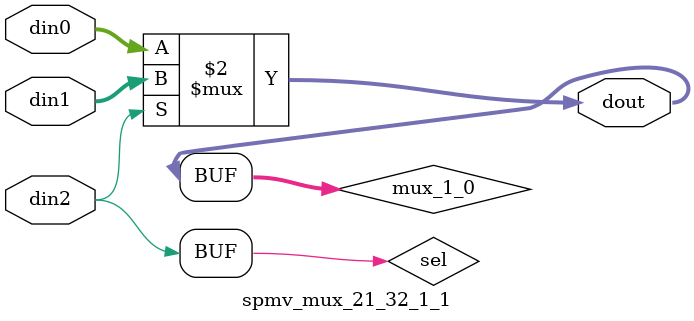
<source format=v>

`timescale 1ns/1ps

module spmv_mux_21_32_1_1 #(
parameter
    ID                = 0,
    NUM_STAGE         = 1,
    din0_WIDTH       = 32,
    din1_WIDTH       = 32,
    din2_WIDTH         = 32,
    dout_WIDTH            = 32
)(
    input  [31 : 0]     din0,
    input  [31 : 0]     din1,
    input  [0 : 0]    din2,
    output [31 : 0]   dout);

// puts internal signals
wire [0 : 0]     sel;
// level 1 signals
wire [31 : 0]         mux_1_0;

assign sel = din2;

// Generate level 1 logic
assign mux_1_0 = (sel[0] == 0)? din0 : din1;

// output logic
assign dout = mux_1_0;

endmodule

</source>
